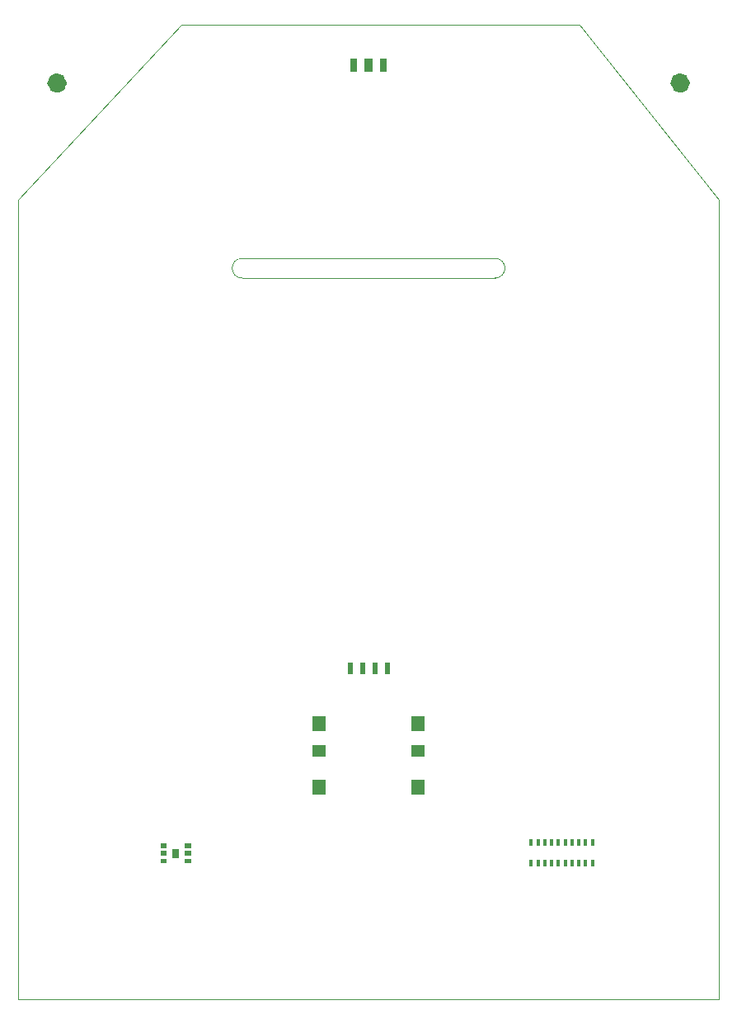
<source format=gbr>
%TF.GenerationSoftware,KiCad,Pcbnew,5.1.10*%
%TF.CreationDate,2021-11-19T14:48:17+01:00*%
%TF.ProjectId,Teebeutel,54656562-6575-4746-956c-2e6b69636164,v0.1*%
%TF.SameCoordinates,Original*%
%TF.FileFunction,Paste,Bot*%
%TF.FilePolarity,Positive*%
%FSLAX46Y46*%
G04 Gerber Fmt 4.6, Leading zero omitted, Abs format (unit mm)*
G04 Created by KiCad (PCBNEW 5.1.10) date 2021-11-19 14:48:17*
%MOMM*%
%LPD*%
G01*
G04 APERTURE LIST*
%ADD10C,1.000000*%
%TA.AperFunction,Profile*%
%ADD11C,0.100000*%
%TD*%
%ADD12C,0.010000*%
%ADD13R,0.500000X1.200000*%
%ADD14R,1.400000X1.500000*%
%ADD15R,1.400000X1.300000*%
%ADD16R,0.800000X1.400000*%
%ADD17R,0.900000X1.400000*%
%ADD18R,0.450000X0.750000*%
G04 APERTURE END LIST*
D10*
X114500000Y-56000000D02*
G75*
G03*
X114500000Y-56000000I-500000J0D01*
G01*
X178500000Y-56000000D02*
G75*
G03*
X178500000Y-56000000I-500000J0D01*
G01*
D11*
X133000000Y-76000000D02*
G75*
G02*
X133000000Y-74000000I0J1000000D01*
G01*
X159000000Y-74000000D02*
G75*
G02*
X159000000Y-76000000I0J-1000000D01*
G01*
X133000000Y-74000000D02*
X159000000Y-74000000D01*
X159000000Y-76000000D02*
X133000000Y-76000000D01*
X126800000Y-50000000D02*
X110000000Y-68000000D01*
X167700000Y-50000000D02*
X182000000Y-68000000D01*
X110000000Y-150000000D02*
X182000000Y-150000000D01*
X126800000Y-50000000D02*
X167700000Y-50000000D01*
X110000000Y-150000000D02*
X110000000Y-68000000D01*
X182000000Y-68000000D02*
X182000000Y-150000000D01*
D12*
%TO.C,U12*%
G36*
X125850000Y-135425000D02*
G01*
X126450000Y-135425000D01*
X126450000Y-134575000D01*
X125850000Y-134575000D01*
X125850000Y-135425000D01*
G37*
X125850000Y-135425000D02*
X126450000Y-135425000D01*
X126450000Y-134575000D01*
X125850000Y-134575000D01*
X125850000Y-135425000D01*
G36*
X127125000Y-134400000D02*
G01*
X127675000Y-134400000D01*
X127675000Y-134000000D01*
X127125000Y-134000000D01*
X127125000Y-134400000D01*
G37*
X127125000Y-134400000D02*
X127675000Y-134400000D01*
X127675000Y-134000000D01*
X127125000Y-134000000D01*
X127125000Y-134400000D01*
G36*
X127125000Y-135200000D02*
G01*
X127675000Y-135200000D01*
X127675000Y-134800000D01*
X127125000Y-134800000D01*
X127125000Y-135200000D01*
G37*
X127125000Y-135200000D02*
X127675000Y-135200000D01*
X127675000Y-134800000D01*
X127125000Y-134800000D01*
X127125000Y-135200000D01*
G36*
X127125000Y-136000000D02*
G01*
X127675000Y-136000000D01*
X127675000Y-135600000D01*
X127125000Y-135600000D01*
X127125000Y-136000000D01*
G37*
X127125000Y-136000000D02*
X127675000Y-136000000D01*
X127675000Y-135600000D01*
X127125000Y-135600000D01*
X127125000Y-136000000D01*
G36*
X124625000Y-134400000D02*
G01*
X125175000Y-134400000D01*
X125175000Y-134000000D01*
X124625000Y-134000000D01*
X124625000Y-134400000D01*
G37*
X124625000Y-134400000D02*
X125175000Y-134400000D01*
X125175000Y-134000000D01*
X124625000Y-134000000D01*
X124625000Y-134400000D01*
G36*
X124625000Y-135200000D02*
G01*
X125175000Y-135200000D01*
X125175000Y-134800000D01*
X124625000Y-134800000D01*
X124625000Y-135200000D01*
G37*
X124625000Y-135200000D02*
X125175000Y-135200000D01*
X125175000Y-134800000D01*
X124625000Y-134800000D01*
X124625000Y-135200000D01*
G36*
X124625000Y-136000000D02*
G01*
X125175000Y-136000000D01*
X125175000Y-135600000D01*
X124625000Y-135600000D01*
X124625000Y-136000000D01*
G37*
X124625000Y-136000000D02*
X125175000Y-136000000D01*
X125175000Y-135600000D01*
X124625000Y-135600000D01*
X124625000Y-136000000D01*
%TD*%
D13*
%TO.C,U7*%
X147905000Y-116065000D03*
X146635000Y-116065000D03*
X145365000Y-116065000D03*
X144095000Y-116065000D03*
%TD*%
D14*
%TO.C,SW1*%
X151100000Y-121750000D03*
X151100000Y-128250000D03*
D15*
X151100000Y-124550000D03*
D14*
X140900000Y-121750000D03*
D15*
X140900000Y-124550000D03*
D14*
X140900000Y-128250000D03*
%TD*%
D16*
%TO.C,D18*%
X147500000Y-54200000D03*
X144500000Y-54200000D03*
D17*
X146000000Y-54200000D03*
%TD*%
D18*
%TO.C,U6*%
X169000000Y-136050000D03*
X168300000Y-136050000D03*
X167600000Y-136050000D03*
X166900000Y-136050000D03*
X166200000Y-136050000D03*
X165500000Y-136050000D03*
X164800000Y-136050000D03*
X164100000Y-136050000D03*
X162700000Y-136050000D03*
X163400000Y-136050000D03*
X166200000Y-133950000D03*
X169000000Y-133950000D03*
X165500000Y-133950000D03*
X167600000Y-133950000D03*
X163400000Y-133950000D03*
X166900000Y-133950000D03*
X162700000Y-133950000D03*
X164100000Y-133950000D03*
X168300000Y-133950000D03*
X164800000Y-133950000D03*
%TD*%
M02*

</source>
